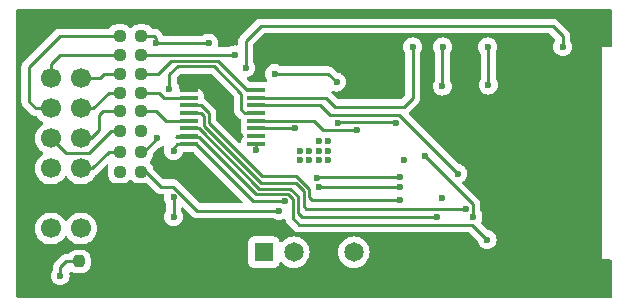
<source format=gbr>
%TF.GenerationSoftware,KiCad,Pcbnew,8.0.5*%
%TF.CreationDate,2024-11-24T20:06:06+03:00*%
%TF.ProjectId,pmod_esp32,706d6f64-5f65-4737-9033-322e6b696361,0.1*%
%TF.SameCoordinates,Original*%
%TF.FileFunction,Copper,L2,Bot*%
%TF.FilePolarity,Positive*%
%FSLAX46Y46*%
G04 Gerber Fmt 4.6, Leading zero omitted, Abs format (unit mm)*
G04 Created by KiCad (PCBNEW 8.0.5) date 2024-11-24 20:06:06*
%MOMM*%
%LPD*%
G01*
G04 APERTURE LIST*
G04 Aperture macros list*
%AMRoundRect*
0 Rectangle with rounded corners*
0 $1 Rounding radius*
0 $2 $3 $4 $5 $6 $7 $8 $9 X,Y pos of 4 corners*
0 Add a 4 corners polygon primitive as box body*
4,1,4,$2,$3,$4,$5,$6,$7,$8,$9,$2,$3,0*
0 Add four circle primitives for the rounded corners*
1,1,$1+$1,$2,$3*
1,1,$1+$1,$4,$5*
1,1,$1+$1,$6,$7*
1,1,$1+$1,$8,$9*
0 Add four rect primitives between the rounded corners*
20,1,$1+$1,$2,$3,$4,$5,0*
20,1,$1+$1,$4,$5,$6,$7,0*
20,1,$1+$1,$6,$7,$8,$9,0*
20,1,$1+$1,$8,$9,$2,$3,0*%
G04 Aperture macros list end*
%TA.AperFunction,ComponentPad*%
%ADD10C,1.695000*%
%TD*%
%TA.AperFunction,SMDPad,CuDef*%
%ADD11RoundRect,0.237500X-0.237500X0.250000X-0.237500X-0.250000X0.237500X-0.250000X0.237500X0.250000X0*%
%TD*%
%TA.AperFunction,ComponentPad*%
%ADD12R,1.650000X1.650000*%
%TD*%
%TA.AperFunction,ComponentPad*%
%ADD13C,1.650000*%
%TD*%
%TA.AperFunction,SMDPad,CuDef*%
%ADD14RoundRect,0.237500X-0.250000X-0.237500X0.250000X-0.237500X0.250000X0.237500X-0.250000X0.237500X0*%
%TD*%
%TA.AperFunction,SMDPad,CuDef*%
%ADD15RoundRect,0.051250X-0.733750X-0.153750X0.733750X-0.153750X0.733750X0.153750X-0.733750X0.153750X0*%
%TD*%
%TA.AperFunction,ViaPad*%
%ADD16C,0.600000*%
%TD*%
%TA.AperFunction,Conductor*%
%ADD17C,0.254000*%
%TD*%
G04 APERTURE END LIST*
D10*
%TO.P,J2,1,1*%
%TO.N,Net-(J2-Pad1)*%
X194696000Y-40900000D03*
%TO.P,J2,2,2*%
%TO.N,Net-(J2-Pad2)*%
X194696000Y-43440000D03*
%TO.P,J2,3,3*%
%TO.N,Net-(J2-Pad3)*%
X194696000Y-45980000D03*
%TO.P,J2,4,4*%
%TO.N,Net-(J2-Pad4)*%
X194696000Y-48520000D03*
%TO.P,J2,5,5*%
%TO.N,/GND*%
X194696000Y-51060000D03*
%TO.P,J2,6,6*%
%TO.N,/VCC3V3*%
X194696000Y-53600000D03*
%TO.P,J2,7,7*%
%TO.N,Net-(J2-Pad7)*%
X192156000Y-40900000D03*
%TO.P,J2,8,8*%
%TO.N,Net-(J2-Pad8)*%
X192156000Y-43440000D03*
%TO.P,J2,9,9*%
%TO.N,Net-(J2-Pad9)*%
X192156000Y-45980000D03*
%TO.P,J2,10,10*%
%TO.N,Net-(J2-Pad10)*%
X192156000Y-48520000D03*
%TO.P,J2,11,11*%
%TO.N,/GND*%
X192156000Y-51060000D03*
%TO.P,J2,12,12*%
%TO.N,/VCC3V3*%
X192156000Y-53600000D03*
%TD*%
D11*
%TO.P,R2,1*%
%TO.N,Net-(LD1-K)*%
X194550000Y-56387500D03*
%TO.P,R2,2*%
%TO.N,/GND*%
X194550000Y-58212500D03*
%TD*%
D12*
%TO.P,J1,1,1*%
%TO.N,/TXD0*%
X210190000Y-55600000D03*
D13*
%TO.P,J1,2,2*%
%TO.N,/RXD0*%
X212730000Y-55600000D03*
%TO.P,J1,3,3*%
%TO.N,/GND*%
X215270000Y-55600000D03*
%TO.P,J1,4,4*%
%TO.N,/IO0*%
X217810000Y-55600000D03*
%TD*%
D14*
%TO.P,R21,1*%
%TO.N,Net-(J2-Pad10)*%
X197987500Y-48800000D03*
%TO.P,R21,2*%
%TO.N,/GPIO*%
X199812500Y-48800000D03*
%TD*%
%TO.P,R20,1*%
%TO.N,Net-(J2-Pad7)*%
X197987500Y-38900000D03*
%TO.P,R20,2*%
%TO.N,/INT*%
X199812500Y-38900000D03*
%TD*%
%TO.P,R17,1*%
%TO.N,Net-(J2-Pad2)*%
X197987500Y-42100000D03*
%TO.P,R17,2*%
%TO.N,/RXD{slash}MOSI*%
X199812500Y-42100000D03*
%TD*%
D15*
%TO.P,U2,1,IN*%
%TO.N,/SELECT*%
X203830000Y-46425000D03*
%TO.P,U2,2,NC1*%
%TO.N,/MISO*%
X203830000Y-45775000D03*
%TO.P,U2,3,NO1*%
%TO.N,/TXD*%
X203830000Y-45125000D03*
%TO.P,U2,4,COM1*%
%TO.N,/TXD{slash}MISO*%
X203830000Y-44475000D03*
%TO.P,U2,5,NC2*%
%TO.N,/MOSI*%
X203830000Y-43825000D03*
%TO.P,U2,6,NO2*%
%TO.N,/RXD*%
X203830000Y-43175000D03*
%TO.P,U2,7,COM2*%
%TO.N,/RXD{slash}MOSI*%
X203830000Y-42525000D03*
%TO.P,U2,8,GND*%
%TO.N,/GND*%
X203830000Y-41875000D03*
%TO.P,U2,9,COM3*%
%TO.N,/RTS{slash}SS*%
X209570000Y-41875000D03*
%TO.P,U2,10,NO3*%
%TO.N,/RTS*%
X209570000Y-42525000D03*
%TO.P,U2,11,NC3*%
%TO.N,/SS*%
X209570000Y-43175000D03*
%TO.P,U2,12,COM4*%
%TO.N,/CTS{slash}SCK*%
X209570000Y-43825000D03*
%TO.P,U2,13,NO4*%
%TO.N,/CTS*%
X209570000Y-44475000D03*
%TO.P,U2,14,NC4*%
%TO.N,/SCK*%
X209570000Y-45125000D03*
%TO.P,U2,15,~{EN}*%
%TO.N,/GND*%
X209570000Y-45775000D03*
%TO.P,U2,16,V+*%
%TO.N,/VCC3V3*%
X209570000Y-46425000D03*
%TD*%
D14*
%TO.P,R22,1*%
%TO.N,Net-(J2-Pad8)*%
X198000000Y-37300000D03*
%TO.P,R22,2*%
%TO.N,/EN*%
X199825000Y-37300000D03*
%TD*%
%TO.P,R18,1*%
%TO.N,Net-(J2-Pad1)*%
X197975000Y-40500000D03*
%TO.P,R18,2*%
%TO.N,/RTS{slash}SS*%
X199800000Y-40500000D03*
%TD*%
%TO.P,R19,1*%
%TO.N,Net-(J2-Pad9)*%
X197987500Y-45350000D03*
%TO.P,R19,2*%
%TO.N,/SELECT*%
X199812500Y-45350000D03*
%TD*%
%TO.P,R16,1*%
%TO.N,Net-(J2-Pad3)*%
X197987500Y-43650000D03*
%TO.P,R16,2*%
%TO.N,/TXD{slash}MISO*%
X199812500Y-43650000D03*
%TD*%
%TO.P,R15,1*%
%TO.N,Net-(J2-Pad4)*%
X197987500Y-47100000D03*
%TO.P,R15,2*%
%TO.N,/CTS{slash}SCK*%
X199812500Y-47100000D03*
%TD*%
D16*
%TO.N,/GND*%
X238050000Y-58200000D03*
X238050000Y-54200000D03*
X238050000Y-53400000D03*
X238050000Y-52600000D03*
X238050000Y-51800000D03*
X238050000Y-51000000D03*
X238050000Y-50200000D03*
X238050000Y-49400000D03*
X238050000Y-48600000D03*
X238050000Y-47800000D03*
X238050000Y-47000000D03*
X238050000Y-46200000D03*
X238050000Y-45400000D03*
X238050000Y-44600000D03*
X238050000Y-43800000D03*
X238050000Y-43000000D03*
X238050000Y-42200000D03*
X238050000Y-41400000D03*
X238050000Y-40600000D03*
X237250000Y-58200000D03*
X237250000Y-51000000D03*
X237250000Y-50200000D03*
X237250000Y-49400000D03*
X237250000Y-48600000D03*
X237250000Y-47800000D03*
X237250000Y-47000000D03*
X237250000Y-46200000D03*
X237250000Y-45400000D03*
X237250000Y-44600000D03*
X237250000Y-43800000D03*
X237250000Y-43000000D03*
X237250000Y-42200000D03*
X237250000Y-41400000D03*
X236450000Y-58200000D03*
X236450000Y-51000000D03*
X236450000Y-50200000D03*
X236450000Y-49400000D03*
X236450000Y-48600000D03*
X236450000Y-47800000D03*
X236450000Y-47000000D03*
X236450000Y-46200000D03*
X236450000Y-45400000D03*
X236450000Y-44600000D03*
X236450000Y-43800000D03*
X236450000Y-43000000D03*
X236450000Y-42200000D03*
X236450000Y-41400000D03*
X235650000Y-58200000D03*
X235650000Y-54200000D03*
X235650000Y-51000000D03*
X235650000Y-50200000D03*
X235650000Y-49400000D03*
X235650000Y-48600000D03*
X235650000Y-47800000D03*
X235650000Y-47000000D03*
X235650000Y-46200000D03*
X235650000Y-45400000D03*
X235650000Y-44600000D03*
X235650000Y-43800000D03*
X235650000Y-43000000D03*
X235650000Y-42200000D03*
X235650000Y-41400000D03*
X234850000Y-54200000D03*
X234850000Y-53400000D03*
X234850000Y-51000000D03*
X234850000Y-50200000D03*
X234850000Y-49400000D03*
X234850000Y-48600000D03*
X234850000Y-47800000D03*
X234850000Y-47000000D03*
X234850000Y-46200000D03*
X234850000Y-45400000D03*
X234850000Y-44600000D03*
X234850000Y-43800000D03*
X234850000Y-43000000D03*
X234850000Y-42200000D03*
X234850000Y-41400000D03*
X234050000Y-54200000D03*
X234050000Y-53400000D03*
X234050000Y-51000000D03*
X234050000Y-50200000D03*
X234050000Y-49400000D03*
X234050000Y-48600000D03*
X234050000Y-47800000D03*
X234050000Y-47000000D03*
X234050000Y-46200000D03*
X234050000Y-45400000D03*
X234050000Y-44600000D03*
X234050000Y-43800000D03*
X234050000Y-43000000D03*
X234050000Y-42200000D03*
X234050000Y-41400000D03*
X233250000Y-54200000D03*
X233250000Y-53400000D03*
X233250000Y-51000000D03*
X233250000Y-50200000D03*
X233250000Y-49400000D03*
X233250000Y-43000000D03*
X233250000Y-42200000D03*
X233250000Y-41400000D03*
X232450000Y-54200000D03*
X232450000Y-53400000D03*
X232450000Y-51000000D03*
X232450000Y-50200000D03*
X232450000Y-49400000D03*
X232450000Y-43000000D03*
X232450000Y-42200000D03*
X232450000Y-41400000D03*
X231650000Y-54200000D03*
X231650000Y-53400000D03*
X231650000Y-51000000D03*
X231650000Y-50200000D03*
X231650000Y-49400000D03*
X231650000Y-43000000D03*
X231650000Y-42200000D03*
X231650000Y-41400000D03*
X230850000Y-54200000D03*
X230850000Y-53400000D03*
X230850000Y-51000000D03*
X230850000Y-50200000D03*
X230850000Y-49400000D03*
X230850000Y-43000000D03*
X230850000Y-42200000D03*
X230850000Y-41400000D03*
X230050000Y-51000000D03*
X230050000Y-50200000D03*
X230050000Y-49400000D03*
X230050000Y-43000000D03*
X229250000Y-51000000D03*
X229250000Y-50200000D03*
X229250000Y-49400000D03*
X228450000Y-50200000D03*
X228450000Y-49400000D03*
X227650000Y-41400000D03*
X226850000Y-42200000D03*
X226850000Y-41400000D03*
X225250000Y-51000000D03*
X223650000Y-43800000D03*
X222050000Y-47800000D03*
X215650000Y-47800000D03*
X215650000Y-47000000D03*
X215650000Y-46200000D03*
X214850000Y-47800000D03*
X214850000Y-47000000D03*
X214850000Y-46200000D03*
X214050000Y-47800000D03*
X214050000Y-47000000D03*
X213250000Y-47800000D03*
X213250000Y-47000000D03*
X209250000Y-58200000D03*
X209250000Y-57400000D03*
X207650000Y-36600000D03*
X206850000Y-43000000D03*
X206850000Y-36600000D03*
X206050000Y-50200000D03*
X206050000Y-42200000D03*
X205250000Y-55000000D03*
X205250000Y-54200000D03*
X205250000Y-53400000D03*
X204450000Y-55000000D03*
X204450000Y-54200000D03*
X204450000Y-53400000D03*
X203650000Y-55000000D03*
X203650000Y-54200000D03*
X203650000Y-36600000D03*
X202850000Y-55000000D03*
X202850000Y-54200000D03*
X202850000Y-36600000D03*
X202050000Y-55000000D03*
X199650000Y-50200000D03*
X198850000Y-50200000D03*
X198050000Y-50200000D03*
X197250000Y-50200000D03*
X196450000Y-50200000D03*
X191650000Y-36600000D03*
X190850000Y-37400000D03*
X190850000Y-36600000D03*
%TO.N,/VCC3V3*%
X209564382Y-46985618D03*
%TO.N,/EN*%
X205512500Y-37900000D03*
%TO.N,/RTS*%
X222792500Y-38220000D03*
%TO.N,/SS*%
X226600000Y-48950000D03*
%TO.N,/INT*%
X216350000Y-41200000D03*
X211100000Y-40500000D03*
X207750000Y-38900000D03*
%TO.N,/CTS*%
X218077000Y-45250000D03*
%TO.N,/SCK*%
X227900000Y-52600000D03*
X216500000Y-44627000D03*
X212850000Y-45100000D03*
%TO.N,/RXD*%
X221750000Y-51200000D03*
%TO.N,/MOSI*%
X227273000Y-51958591D03*
%TO.N,/TXD*%
X224850000Y-52600000D03*
%TO.N,/MISO*%
X229100000Y-54550000D03*
%TO.N,/SELECT*%
X225332500Y-38220000D03*
X225300000Y-41550000D03*
X221750000Y-49250000D03*
X214700000Y-49300000D03*
X212000000Y-51300000D03*
%TO.N,/GPIO*%
X229142500Y-38220000D03*
X229200000Y-41450000D03*
X221700000Y-50100000D03*
X214906131Y-50072991D03*
X211500000Y-52100000D03*
%TO.N,/EN*%
X235492500Y-38220000D03*
X201075000Y-37900000D03*
X208650000Y-40000000D03*
%TO.N,/SELECT*%
X202550000Y-47000000D03*
X202550000Y-50970000D03*
X202550000Y-52605000D03*
%TO.N,Net-(LD1-K)*%
X192950000Y-57600000D03*
%TO.N,/CTS{slash}SCK*%
X202200000Y-41750000D03*
X201150000Y-45977000D03*
%TO.N,/SCK*%
X223800000Y-47450000D03*
X221350000Y-44627000D03*
%TD*%
D17*
%TO.N,/RXD*%
X214300000Y-51200000D02*
X221750000Y-51200000D01*
X214012000Y-50912000D02*
X214300000Y-51200000D01*
X210000000Y-49150000D02*
X212902462Y-49150000D01*
X214012000Y-50259538D02*
X214012000Y-50912000D01*
X205554000Y-44704000D02*
X210000000Y-49150000D01*
X205554000Y-43861947D02*
X205554000Y-44704000D01*
X204867053Y-43175000D02*
X205554000Y-43861947D01*
X203830000Y-43175000D02*
X204867053Y-43175000D01*
X212902462Y-49150000D02*
X214012000Y-50259538D01*
%TO.N,/MOSI*%
X205100000Y-44050000D02*
X204875000Y-43825000D01*
X205100000Y-44907948D02*
X205100000Y-44050000D01*
X213558000Y-50447591D02*
X212875409Y-49765000D01*
X204875000Y-43825000D02*
X203830000Y-43825000D01*
X212875409Y-49765000D02*
X209957052Y-49765000D01*
X213800000Y-51950000D02*
X213558000Y-51708000D01*
X213558000Y-51708000D02*
X213558000Y-50447591D01*
X227264409Y-51950000D02*
X213800000Y-51950000D01*
X209957052Y-49765000D02*
X205100000Y-44907948D01*
X227273000Y-51958591D02*
X227264409Y-51950000D01*
%TO.N,/TXD*%
X209769000Y-50219000D02*
X204675000Y-45125000D01*
X204675000Y-45125000D02*
X203830000Y-45125000D01*
X212447765Y-50219000D02*
X209769000Y-50219000D01*
X213104000Y-52304000D02*
X213104000Y-50875235D01*
X213400000Y-52600000D02*
X213104000Y-52304000D01*
X224850000Y-52600000D02*
X213400000Y-52600000D01*
X213104000Y-50875235D02*
X212447765Y-50219000D01*
%TO.N,/MISO*%
X213200000Y-53300000D02*
X227850000Y-53300000D01*
X212650000Y-51063288D02*
X212650000Y-52750000D01*
X227850000Y-53300000D02*
X229100000Y-54550000D01*
X204743000Y-45893000D02*
X209523000Y-50673000D01*
X212259712Y-50673000D02*
X212650000Y-51063288D01*
X202764947Y-45893000D02*
X204743000Y-45893000D01*
X209523000Y-50673000D02*
X212259712Y-50673000D01*
X202882947Y-45775000D02*
X202764947Y-45893000D01*
X212650000Y-52750000D02*
X213200000Y-53300000D01*
X203830000Y-45775000D02*
X202882947Y-45775000D01*
%TO.N,/SELECT*%
X209300000Y-51300000D02*
X212000000Y-51300000D01*
X204425000Y-46425000D02*
X209300000Y-51300000D01*
X203830000Y-46425000D02*
X204425000Y-46425000D01*
%TO.N,/VCC3V3*%
X209570000Y-46980000D02*
X209564382Y-46985618D01*
X209570000Y-46425000D02*
X209570000Y-46980000D01*
%TO.N,/CTS*%
X209572000Y-44473000D02*
X209570000Y-44475000D01*
X214423000Y-44473000D02*
X209572000Y-44473000D01*
X215204000Y-45254000D02*
X214423000Y-44473000D01*
X216759712Y-45254000D02*
X215204000Y-45254000D01*
X216763712Y-45250000D02*
X216759712Y-45254000D01*
X218077000Y-45250000D02*
X216763712Y-45250000D01*
%TO.N,/SCK*%
X216527000Y-44600000D02*
X216500000Y-44627000D01*
X221323000Y-44600000D02*
X216527000Y-44600000D01*
X221350000Y-44627000D02*
X221323000Y-44600000D01*
%TO.N,/EN*%
X201075000Y-37900000D02*
X205512500Y-37900000D01*
%TO.N,/RTS*%
X222050000Y-43300000D02*
X222792500Y-42557500D01*
X215425000Y-42525000D02*
X216200000Y-43300000D01*
X216200000Y-43300000D02*
X222050000Y-43300000D01*
X209570000Y-42525000D02*
X215425000Y-42525000D01*
X222792500Y-42557500D02*
X222792500Y-38220000D01*
%TO.N,/SS*%
X214975000Y-43175000D02*
X209570000Y-43175000D01*
X221650000Y-44000000D02*
X215800000Y-44000000D01*
X226600000Y-48950000D02*
X221650000Y-44000000D01*
X215800000Y-44000000D02*
X214975000Y-43175000D01*
%TO.N,/GPIO*%
X214929122Y-50050000D02*
X221650000Y-50050000D01*
X214906131Y-50072991D02*
X214929122Y-50050000D01*
X221650000Y-50050000D02*
X221700000Y-50100000D01*
%TO.N,/SELECT*%
X221700000Y-49200000D02*
X221750000Y-49250000D01*
X214800000Y-49200000D02*
X221700000Y-49200000D01*
X214700000Y-49300000D02*
X214800000Y-49200000D01*
%TO.N,/INT*%
X215650000Y-40500000D02*
X216350000Y-41200000D01*
X211100000Y-40500000D02*
X215650000Y-40500000D01*
X199812500Y-38900000D02*
X207750000Y-38900000D01*
%TO.N,/SCK*%
X212825000Y-45125000D02*
X212850000Y-45100000D01*
X209570000Y-45125000D02*
X212825000Y-45125000D01*
%TO.N,/SELECT*%
X225300000Y-38252500D02*
X225332500Y-38220000D01*
X225300000Y-41550000D02*
X225300000Y-38252500D01*
%TO.N,/GPIO*%
X229200000Y-41450000D02*
X229200000Y-38277500D01*
X229200000Y-38277500D02*
X229142500Y-38220000D01*
X201450000Y-50050000D02*
X202516712Y-50050000D01*
X204566712Y-52100000D02*
X204650000Y-52100000D01*
X200200000Y-48800000D02*
X201450000Y-50050000D01*
X199812500Y-48800000D02*
X200200000Y-48800000D01*
X202516712Y-50050000D02*
X204566712Y-52100000D01*
X204650000Y-52100000D02*
X211500000Y-52100000D01*
%TO.N,/EN*%
X234650000Y-36450000D02*
X235492500Y-37292500D01*
X235492500Y-37292500D02*
X235492500Y-38220000D01*
X209950000Y-36450000D02*
X234650000Y-36450000D01*
X208650000Y-37750000D02*
X209950000Y-36450000D01*
X208650000Y-40000000D02*
X208650000Y-37750000D01*
X200900000Y-37300000D02*
X199825000Y-37300000D01*
X201075000Y-37900000D02*
X201075000Y-37475000D01*
X201075000Y-37475000D02*
X200900000Y-37300000D01*
%TO.N,/SELECT*%
X202550000Y-52605000D02*
X202550000Y-50970000D01*
X202875000Y-46425000D02*
X203830000Y-46425000D01*
X202550000Y-47000000D02*
X202550000Y-46750000D01*
X202550000Y-46750000D02*
X202875000Y-46425000D01*
%TO.N,Net-(LD1-K)*%
X193462500Y-56387500D02*
X194550000Y-56387500D01*
X192950000Y-57600000D02*
X192950000Y-56900000D01*
X192950000Y-56900000D02*
X193462500Y-56387500D01*
%TO.N,/CTS{slash}SCK*%
X202200000Y-40550000D02*
X202200000Y-41750000D01*
X202896000Y-39854000D02*
X202200000Y-40550000D01*
X205954000Y-39854000D02*
X202896000Y-39854000D01*
X208300000Y-43550000D02*
X208300000Y-42200000D01*
X208575000Y-43825000D02*
X208300000Y-43550000D01*
X209570000Y-43825000D02*
X208575000Y-43825000D01*
X208300000Y-42200000D02*
X205954000Y-39854000D01*
%TO.N,/RTS{slash}SS*%
X208775000Y-41875000D02*
X209570000Y-41875000D01*
X206300000Y-39400000D02*
X208775000Y-41875000D01*
X202300000Y-39400000D02*
X206300000Y-39400000D01*
X199800000Y-40500000D02*
X201200000Y-40500000D01*
X201200000Y-40500000D02*
X202300000Y-39400000D01*
%TO.N,/CTS{slash}SCK*%
X200027000Y-47100000D02*
X199812500Y-47100000D01*
X201150000Y-45977000D02*
X200027000Y-47100000D01*
%TO.N,/TXD{slash}MISO*%
X201875000Y-44475000D02*
X203830000Y-44475000D01*
X201050000Y-43650000D02*
X201875000Y-44475000D01*
X199812500Y-43650000D02*
X201050000Y-43650000D01*
%TO.N,/RXD{slash}MOSI*%
X201775000Y-42525000D02*
X203830000Y-42525000D01*
X201350000Y-42100000D02*
X201775000Y-42525000D01*
X199812500Y-42100000D02*
X201350000Y-42100000D01*
%TO.N,Net-(J2-Pad4)*%
X195630000Y-48520000D02*
X197050000Y-47100000D01*
X194696000Y-48520000D02*
X195630000Y-48520000D01*
X197050000Y-47100000D02*
X197987500Y-47100000D01*
%TO.N,Net-(J2-Pad9)*%
X197250000Y-45350000D02*
X197987500Y-45350000D01*
X193426000Y-47250000D02*
X195350000Y-47250000D01*
X192156000Y-45980000D02*
X193426000Y-47250000D01*
X195350000Y-47250000D02*
X197250000Y-45350000D01*
%TO.N,Net-(J2-Pad3)*%
X196600000Y-43650000D02*
X197987500Y-43650000D01*
X196250000Y-44000000D02*
X196600000Y-43650000D01*
X195570000Y-45980000D02*
X196250000Y-45300000D01*
X196250000Y-45300000D02*
X196250000Y-44000000D01*
X194696000Y-45980000D02*
X195570000Y-45980000D01*
%TO.N,Net-(J2-Pad2)*%
X197050000Y-42100000D02*
X197987500Y-42100000D01*
X194696000Y-43440000D02*
X195710000Y-43440000D01*
X195710000Y-43440000D02*
X197050000Y-42100000D01*
%TO.N,Net-(J2-Pad1)*%
X196700000Y-40500000D02*
X197975000Y-40500000D01*
X196300000Y-40900000D02*
X196700000Y-40500000D01*
X194696000Y-40900000D02*
X196300000Y-40900000D01*
%TO.N,Net-(J2-Pad8)*%
X192900000Y-37300000D02*
X198000000Y-37300000D01*
X190300000Y-42850000D02*
X190300000Y-39900000D01*
X190890000Y-43440000D02*
X190300000Y-42850000D01*
X192156000Y-43440000D02*
X190890000Y-43440000D01*
X190300000Y-39900000D02*
X192900000Y-37300000D01*
%TO.N,Net-(J2-Pad7)*%
X192156000Y-39644000D02*
X192900000Y-38900000D01*
X192156000Y-40900000D02*
X192156000Y-39644000D01*
X192900000Y-38900000D02*
X197987500Y-38900000D01*
%TO.N,/SCK*%
X223800000Y-47450000D02*
X227900000Y-51550000D01*
X227900000Y-51550000D02*
X227900000Y-52600000D01*
%TD*%
%TA.AperFunction,Conductor*%
%TO.N,/GND*%
G36*
X201726270Y-46645922D02*
G01*
X201771484Y-46699189D01*
X201780723Y-46768446D01*
X201775213Y-46790501D01*
X201764634Y-46820735D01*
X201764630Y-46820750D01*
X201744435Y-46999996D01*
X201744435Y-47000003D01*
X201764630Y-47179249D01*
X201764631Y-47179254D01*
X201824211Y-47349523D01*
X201887347Y-47450003D01*
X201920184Y-47502262D01*
X202047738Y-47629816D01*
X202200478Y-47725789D01*
X202329644Y-47770986D01*
X202370745Y-47785368D01*
X202370750Y-47785369D01*
X202549996Y-47805565D01*
X202550000Y-47805565D01*
X202550004Y-47805565D01*
X202729249Y-47785369D01*
X202729252Y-47785368D01*
X202729255Y-47785368D01*
X202899522Y-47725789D01*
X203052262Y-47629816D01*
X203179816Y-47502262D01*
X203275789Y-47349522D01*
X203323369Y-47213545D01*
X203364091Y-47156770D01*
X203429043Y-47131022D01*
X203440411Y-47130500D01*
X204191719Y-47130500D01*
X204258758Y-47150185D01*
X204279400Y-47166819D01*
X208373400Y-51260819D01*
X208406885Y-51322142D01*
X208401901Y-51391834D01*
X208360029Y-51447767D01*
X208294565Y-51472184D01*
X208285719Y-51472500D01*
X204877993Y-51472500D01*
X204810954Y-51452815D01*
X204790312Y-51436181D01*
X202916725Y-49562593D01*
X202916722Y-49562590D01*
X202873495Y-49533707D01*
X202873495Y-49533706D01*
X202813947Y-49493918D01*
X202813940Y-49493914D01*
X202778549Y-49479255D01*
X202778548Y-49479255D01*
X202699747Y-49446614D01*
X202699739Y-49446612D01*
X202578519Y-49422500D01*
X202578515Y-49422500D01*
X201761281Y-49422500D01*
X201694242Y-49402815D01*
X201673600Y-49386181D01*
X200831665Y-48544246D01*
X200798180Y-48482923D01*
X200795988Y-48469166D01*
X200793799Y-48447737D01*
X200790174Y-48412247D01*
X200735908Y-48248484D01*
X200645340Y-48101650D01*
X200581371Y-48037681D01*
X200547886Y-47976358D01*
X200552870Y-47906666D01*
X200581371Y-47862319D01*
X200603200Y-47840490D01*
X200645340Y-47798350D01*
X200735908Y-47651516D01*
X200790174Y-47487753D01*
X200800500Y-47386677D01*
X200800499Y-47265279D01*
X200820183Y-47198241D01*
X200836813Y-47177604D01*
X201211567Y-46802850D01*
X201272888Y-46769367D01*
X201285345Y-46767315D01*
X201329255Y-46762368D01*
X201499522Y-46702789D01*
X201505252Y-46699189D01*
X201565118Y-46661572D01*
X201592200Y-46644555D01*
X201659434Y-46625555D01*
X201726270Y-46645922D01*
G37*
%TD.AperFunction*%
%TA.AperFunction,Conductor*%
G36*
X205709758Y-40501185D02*
G01*
X205730400Y-40517819D01*
X207636181Y-42423600D01*
X207669666Y-42484923D01*
X207672500Y-42511281D01*
X207672500Y-43611807D01*
X207696612Y-43733028D01*
X207696614Y-43733034D01*
X207719138Y-43787411D01*
X207719138Y-43787412D01*
X207743915Y-43847229D01*
X207743921Y-43847241D01*
X207791813Y-43918914D01*
X207791814Y-43918916D01*
X207812590Y-43950010D01*
X207812593Y-43950013D01*
X208087589Y-44225008D01*
X208174992Y-44312411D01*
X208229391Y-44348759D01*
X208274195Y-44402370D01*
X208284500Y-44451861D01*
X208284500Y-44671944D01*
X208289070Y-44710000D01*
X208295148Y-44760617D01*
X208297095Y-44768317D01*
X208294068Y-44769082D01*
X208299008Y-44824170D01*
X208296822Y-44831614D01*
X208297095Y-44831683D01*
X208295148Y-44839382D01*
X208294569Y-44844208D01*
X208284500Y-44928056D01*
X208284500Y-45321944D01*
X208288204Y-45352788D01*
X208295147Y-45410611D01*
X208350790Y-45551712D01*
X208442436Y-45672565D01*
X208447228Y-45676199D01*
X208488749Y-45732393D01*
X208493298Y-45802114D01*
X208459431Y-45863227D01*
X208447228Y-45873801D01*
X208442436Y-45877434D01*
X208350790Y-45998287D01*
X208295147Y-46139388D01*
X208293122Y-46156255D01*
X208284500Y-46228056D01*
X208284500Y-46228062D01*
X208284500Y-46247719D01*
X208264815Y-46314758D01*
X208212011Y-46360513D01*
X208142853Y-46370457D01*
X208079297Y-46341432D01*
X208072819Y-46335400D01*
X206217819Y-44480400D01*
X206184334Y-44419077D01*
X206181500Y-44392719D01*
X206181500Y-43800143D01*
X206178968Y-43787418D01*
X206178968Y-43787411D01*
X206157387Y-43678920D01*
X206157386Y-43678913D01*
X206129588Y-43611803D01*
X206110083Y-43564714D01*
X206110082Y-43564713D01*
X206110079Y-43564707D01*
X206041412Y-43461940D01*
X206040085Y-43460613D01*
X205954008Y-43374536D01*
X205612499Y-43033027D01*
X205267064Y-42687591D01*
X205267063Y-42687590D01*
X205247473Y-42674501D01*
X205247472Y-42674500D01*
X205170609Y-42623141D01*
X205125804Y-42569528D01*
X205115500Y-42520039D01*
X205115500Y-42328062D01*
X205115500Y-42328056D01*
X205104852Y-42239387D01*
X205049210Y-42098289D01*
X205049209Y-42098288D01*
X205049209Y-42098287D01*
X204957564Y-41977435D01*
X204836712Y-41885790D01*
X204695611Y-41830147D01*
X204650097Y-41824682D01*
X204606944Y-41819500D01*
X203124209Y-41819500D01*
X203057170Y-41799815D01*
X203011415Y-41747011D01*
X203000989Y-41709383D01*
X202985369Y-41570750D01*
X202985368Y-41570745D01*
X202970236Y-41527500D01*
X202925789Y-41400478D01*
X202917578Y-41387411D01*
X202846506Y-41274300D01*
X202827500Y-41208328D01*
X202827500Y-40861281D01*
X202847185Y-40794242D01*
X202863819Y-40773600D01*
X203119600Y-40517819D01*
X203180923Y-40484334D01*
X203207281Y-40481500D01*
X205642719Y-40481500D01*
X205709758Y-40501185D01*
G37*
%TD.AperFunction*%
%TA.AperFunction,Conductor*%
G36*
X239593039Y-35019685D02*
G01*
X239638794Y-35072489D01*
X239650000Y-35124000D01*
X239650000Y-38084230D01*
X239630315Y-38151269D01*
X239577511Y-38197024D01*
X239526000Y-38208230D01*
X238789270Y-38208230D01*
X238789270Y-56220000D01*
X239526000Y-56220000D01*
X239593039Y-56239685D01*
X239638794Y-56292489D01*
X239650000Y-56344000D01*
X239650000Y-59376000D01*
X239630315Y-59443039D01*
X239577511Y-59488794D01*
X239526000Y-59500000D01*
X189374000Y-59500000D01*
X189306961Y-59480315D01*
X189261206Y-59427511D01*
X189250000Y-59376000D01*
X189250000Y-57599996D01*
X192144435Y-57599996D01*
X192144435Y-57600003D01*
X192164630Y-57779249D01*
X192164631Y-57779254D01*
X192224211Y-57949523D01*
X192320184Y-58102262D01*
X192447738Y-58229816D01*
X192600478Y-58325789D01*
X192770745Y-58385368D01*
X192770750Y-58385369D01*
X192949996Y-58405565D01*
X192950000Y-58405565D01*
X192950004Y-58405565D01*
X193129249Y-58385369D01*
X193129252Y-58385368D01*
X193129255Y-58385368D01*
X193299522Y-58325789D01*
X193452262Y-58229816D01*
X193579816Y-58102262D01*
X193675789Y-57949522D01*
X193735368Y-57779255D01*
X193755565Y-57600000D01*
X193735368Y-57420745D01*
X193735367Y-57420740D01*
X193729438Y-57403797D01*
X193725875Y-57334018D01*
X193760604Y-57273390D01*
X193822597Y-57241163D01*
X193892172Y-57247567D01*
X193911570Y-57257299D01*
X193998484Y-57310908D01*
X194162247Y-57365174D01*
X194263323Y-57375500D01*
X194836676Y-57375499D01*
X194836684Y-57375498D01*
X194836687Y-57375498D01*
X194892030Y-57369844D01*
X194937753Y-57365174D01*
X195101516Y-57310908D01*
X195248350Y-57220340D01*
X195370340Y-57098350D01*
X195460908Y-56951516D01*
X195515174Y-56787753D01*
X195525500Y-56686677D01*
X195525499Y-56088324D01*
X195515174Y-55987247D01*
X195460908Y-55823484D01*
X195370340Y-55676650D01*
X195248350Y-55554660D01*
X195101516Y-55464092D01*
X194937753Y-55409826D01*
X194937751Y-55409825D01*
X194836678Y-55399500D01*
X194263330Y-55399500D01*
X194263312Y-55399501D01*
X194162247Y-55409825D01*
X193998484Y-55464092D01*
X193998481Y-55464093D01*
X193851648Y-55554661D01*
X193729660Y-55676649D01*
X193729656Y-55676654D01*
X193714582Y-55701095D01*
X193662635Y-55747821D01*
X193609043Y-55760000D01*
X193400694Y-55760000D01*
X193279470Y-55784113D01*
X193279460Y-55784116D01*
X193165274Y-55831413D01*
X193165256Y-55831423D01*
X193062492Y-55900087D01*
X193062485Y-55900093D01*
X192618581Y-56344000D01*
X192549992Y-56412589D01*
X192507312Y-56455269D01*
X192462586Y-56499994D01*
X192462585Y-56499996D01*
X192393233Y-56603789D01*
X192391586Y-56608393D01*
X192346615Y-56716962D01*
X192346612Y-56716972D01*
X192332533Y-56787754D01*
X192322500Y-56838192D01*
X192322500Y-57058328D01*
X192303494Y-57124300D01*
X192224211Y-57250476D01*
X192164631Y-57420745D01*
X192164630Y-57420750D01*
X192144435Y-57599996D01*
X189250000Y-57599996D01*
X189250000Y-53599997D01*
X190802851Y-53599997D01*
X190802851Y-53600002D01*
X190823407Y-53834966D01*
X190823408Y-53834973D01*
X190884457Y-54062807D01*
X190984138Y-54276574D01*
X190987574Y-54281481D01*
X191119428Y-54469787D01*
X191286213Y-54636572D01*
X191479425Y-54771861D01*
X191693196Y-54871544D01*
X191921028Y-54932592D01*
X192088865Y-54947275D01*
X192155998Y-54953149D01*
X192156000Y-54953149D01*
X192156002Y-54953149D01*
X192214743Y-54948009D01*
X192390972Y-54932592D01*
X192618804Y-54871544D01*
X192832575Y-54771861D01*
X193025787Y-54636572D01*
X193192572Y-54469787D01*
X193324426Y-54281479D01*
X193379002Y-54237856D01*
X193448501Y-54230664D01*
X193510855Y-54262186D01*
X193527570Y-54281476D01*
X193659428Y-54469787D01*
X193826213Y-54636572D01*
X194019425Y-54771861D01*
X194233196Y-54871544D01*
X194461028Y-54932592D01*
X194628865Y-54947275D01*
X194695998Y-54953149D01*
X194696000Y-54953149D01*
X194696002Y-54953149D01*
X194754743Y-54948009D01*
X194930972Y-54932592D01*
X195158804Y-54871544D01*
X195372575Y-54771861D01*
X195436450Y-54727135D01*
X208864500Y-54727135D01*
X208864500Y-56472870D01*
X208864501Y-56472876D01*
X208870908Y-56532483D01*
X208921202Y-56667328D01*
X208921206Y-56667335D01*
X209007452Y-56782544D01*
X209007455Y-56782547D01*
X209122664Y-56868793D01*
X209122671Y-56868797D01*
X209257517Y-56919091D01*
X209257516Y-56919091D01*
X209264444Y-56919835D01*
X209317127Y-56925500D01*
X211062872Y-56925499D01*
X211122483Y-56919091D01*
X211257331Y-56868796D01*
X211372546Y-56782546D01*
X211458796Y-56667331D01*
X211509091Y-56532483D01*
X211509091Y-56532481D01*
X211510874Y-56524938D01*
X211513747Y-56525616D01*
X211535191Y-56473843D01*
X211592582Y-56433993D01*
X211662407Y-56431497D01*
X211719426Y-56463965D01*
X211874731Y-56619270D01*
X212064718Y-56752301D01*
X212274921Y-56850320D01*
X212498950Y-56910349D01*
X212663985Y-56924787D01*
X212729998Y-56930563D01*
X212730000Y-56930563D01*
X212730002Y-56930563D01*
X212787894Y-56925498D01*
X212961050Y-56910349D01*
X213185079Y-56850320D01*
X213395282Y-56752301D01*
X213585269Y-56619270D01*
X213749270Y-56455269D01*
X213882301Y-56265282D01*
X213980320Y-56055079D01*
X214040349Y-55831050D01*
X214060563Y-55600000D01*
X214060563Y-55599998D01*
X216479437Y-55599998D01*
X216479437Y-55600001D01*
X216499650Y-55831044D01*
X216499651Y-55831051D01*
X216559678Y-56055074D01*
X216559679Y-56055076D01*
X216559680Y-56055079D01*
X216657699Y-56265282D01*
X216790730Y-56455269D01*
X216954731Y-56619270D01*
X217144718Y-56752301D01*
X217354921Y-56850320D01*
X217578950Y-56910349D01*
X217743985Y-56924787D01*
X217809998Y-56930563D01*
X217810000Y-56930563D01*
X217810002Y-56930563D01*
X217867894Y-56925498D01*
X218041050Y-56910349D01*
X218265079Y-56850320D01*
X218475282Y-56752301D01*
X218665269Y-56619270D01*
X218829270Y-56455269D01*
X218962301Y-56265282D01*
X219060320Y-56055079D01*
X219120349Y-55831050D01*
X219140563Y-55600000D01*
X219120349Y-55368950D01*
X219060320Y-55144921D01*
X218962301Y-54934719D01*
X218962299Y-54934716D01*
X218962298Y-54934714D01*
X218829273Y-54744735D01*
X218829268Y-54744729D01*
X218665269Y-54580730D01*
X218665263Y-54580726D01*
X218475282Y-54447699D01*
X218265079Y-54349680D01*
X218265076Y-54349679D01*
X218265074Y-54349678D01*
X218041051Y-54289651D01*
X218041044Y-54289650D01*
X217810002Y-54269437D01*
X217809998Y-54269437D01*
X217578955Y-54289650D01*
X217578948Y-54289651D01*
X217354917Y-54349681D01*
X217144718Y-54447699D01*
X217144714Y-54447701D01*
X216954735Y-54580726D01*
X216954729Y-54580731D01*
X216790731Y-54744729D01*
X216790726Y-54744735D01*
X216657701Y-54934714D01*
X216657699Y-54934718D01*
X216559681Y-55144917D01*
X216499651Y-55368948D01*
X216499650Y-55368955D01*
X216479437Y-55599998D01*
X214060563Y-55599998D01*
X214040349Y-55368950D01*
X213980320Y-55144921D01*
X213882301Y-54934719D01*
X213882299Y-54934716D01*
X213882298Y-54934714D01*
X213749273Y-54744735D01*
X213749268Y-54744729D01*
X213585269Y-54580730D01*
X213585263Y-54580726D01*
X213395282Y-54447699D01*
X213185079Y-54349680D01*
X213185076Y-54349679D01*
X213185074Y-54349678D01*
X212961051Y-54289651D01*
X212961044Y-54289650D01*
X212730002Y-54269437D01*
X212729998Y-54269437D01*
X212498955Y-54289650D01*
X212498948Y-54289651D01*
X212274917Y-54349681D01*
X212064718Y-54447699D01*
X212064714Y-54447701D01*
X211874735Y-54580726D01*
X211719426Y-54736035D01*
X211658103Y-54769519D01*
X211588411Y-54764535D01*
X211532478Y-54722663D01*
X211513517Y-54674443D01*
X211510876Y-54675068D01*
X211509092Y-54667520D01*
X211458797Y-54532671D01*
X211458793Y-54532664D01*
X211372547Y-54417455D01*
X211372544Y-54417452D01*
X211257335Y-54331206D01*
X211257328Y-54331202D01*
X211122482Y-54280908D01*
X211122483Y-54280908D01*
X211062883Y-54274501D01*
X211062881Y-54274500D01*
X211062873Y-54274500D01*
X211062864Y-54274500D01*
X209317129Y-54274500D01*
X209317123Y-54274501D01*
X209257516Y-54280908D01*
X209122671Y-54331202D01*
X209122664Y-54331206D01*
X209007455Y-54417452D01*
X209007452Y-54417455D01*
X208921206Y-54532664D01*
X208921202Y-54532671D01*
X208870908Y-54667517D01*
X208864501Y-54727116D01*
X208864500Y-54727135D01*
X195436450Y-54727135D01*
X195565787Y-54636572D01*
X195732572Y-54469787D01*
X195867861Y-54276575D01*
X195967544Y-54062804D01*
X196028592Y-53834972D01*
X196049149Y-53600000D01*
X196028592Y-53365028D01*
X195967544Y-53137196D01*
X195867861Y-52923426D01*
X195867859Y-52923423D01*
X195867858Y-52923421D01*
X195732571Y-52730211D01*
X195565791Y-52563432D01*
X195565787Y-52563428D01*
X195372575Y-52428139D01*
X195372576Y-52428139D01*
X195372574Y-52428138D01*
X195158807Y-52328457D01*
X195158804Y-52328456D01*
X195062515Y-52302655D01*
X194930973Y-52267408D01*
X194930966Y-52267407D01*
X194696002Y-52246851D01*
X194695998Y-52246851D01*
X194461033Y-52267407D01*
X194461026Y-52267408D01*
X194233192Y-52328457D01*
X194019425Y-52428139D01*
X194019421Y-52428141D01*
X193826211Y-52563428D01*
X193659428Y-52730211D01*
X193527575Y-52918518D01*
X193472998Y-52962143D01*
X193403500Y-52969336D01*
X193341145Y-52937814D01*
X193324425Y-52918518D01*
X193192571Y-52730211D01*
X193025791Y-52563432D01*
X193025787Y-52563428D01*
X192832575Y-52428139D01*
X192832576Y-52428139D01*
X192832574Y-52428138D01*
X192618807Y-52328457D01*
X192618804Y-52328456D01*
X192522515Y-52302655D01*
X192390973Y-52267408D01*
X192390966Y-52267407D01*
X192156002Y-52246851D01*
X192155998Y-52246851D01*
X191921033Y-52267407D01*
X191921026Y-52267408D01*
X191693192Y-52328457D01*
X191479425Y-52428139D01*
X191479421Y-52428141D01*
X191286211Y-52563428D01*
X191119428Y-52730211D01*
X190984141Y-52923421D01*
X190984139Y-52923425D01*
X190884457Y-53137192D01*
X190823408Y-53365026D01*
X190823407Y-53365033D01*
X190802851Y-53599997D01*
X189250000Y-53599997D01*
X189250000Y-39838196D01*
X189672500Y-39838196D01*
X189672500Y-42911807D01*
X189696612Y-43033027D01*
X189696614Y-43033035D01*
X189729818Y-43113195D01*
X189729819Y-43113197D01*
X189743918Y-43147236D01*
X189760589Y-43172185D01*
X189803766Y-43236803D01*
X189812589Y-43250008D01*
X190402589Y-43840008D01*
X190463792Y-43901211D01*
X190489994Y-43927413D01*
X190489996Y-43927414D01*
X190592756Y-43996076D01*
X190592760Y-43996078D01*
X190592767Y-43996083D01*
X190621620Y-44008034D01*
X190621621Y-44008035D01*
X190656972Y-44022677D01*
X190706965Y-44043386D01*
X190828192Y-44067499D01*
X190828196Y-44067500D01*
X190828197Y-44067500D01*
X190885226Y-44067500D01*
X190952265Y-44087185D01*
X190986799Y-44120374D01*
X191119428Y-44309787D01*
X191286213Y-44476572D01*
X191474520Y-44608426D01*
X191518144Y-44663002D01*
X191525336Y-44732501D01*
X191493814Y-44794855D01*
X191474518Y-44811575D01*
X191286211Y-44943428D01*
X191119428Y-45110211D01*
X190984141Y-45303421D01*
X190984139Y-45303425D01*
X190884457Y-45517192D01*
X190823408Y-45745026D01*
X190823407Y-45745033D01*
X190802851Y-45979997D01*
X190802851Y-45980002D01*
X190823407Y-46214966D01*
X190823408Y-46214973D01*
X190836167Y-46262589D01*
X190865070Y-46370457D01*
X190884457Y-46442807D01*
X190984138Y-46656574D01*
X190984139Y-46656575D01*
X191119428Y-46849787D01*
X191286213Y-47016572D01*
X191474520Y-47148426D01*
X191518144Y-47203002D01*
X191525336Y-47272501D01*
X191493814Y-47334855D01*
X191474518Y-47351575D01*
X191286211Y-47483428D01*
X191119428Y-47650211D01*
X190984141Y-47843421D01*
X190984139Y-47843425D01*
X190884457Y-48057192D01*
X190823408Y-48285026D01*
X190823407Y-48285033D01*
X190802851Y-48519997D01*
X190802851Y-48520002D01*
X190823407Y-48754966D01*
X190823408Y-48754973D01*
X190884457Y-48982807D01*
X190984138Y-49196574D01*
X190984139Y-49196575D01*
X191119428Y-49389787D01*
X191286213Y-49556572D01*
X191479425Y-49691861D01*
X191693196Y-49791544D01*
X191921028Y-49852592D01*
X192088865Y-49867275D01*
X192155998Y-49873149D01*
X192156000Y-49873149D01*
X192156002Y-49873149D01*
X192214743Y-49868009D01*
X192390972Y-49852592D01*
X192618804Y-49791544D01*
X192832575Y-49691861D01*
X193025787Y-49556572D01*
X193192572Y-49389787D01*
X193324426Y-49201479D01*
X193379002Y-49157856D01*
X193448501Y-49150664D01*
X193510855Y-49182186D01*
X193527570Y-49201476D01*
X193659428Y-49389787D01*
X193826213Y-49556572D01*
X194019425Y-49691861D01*
X194233196Y-49791544D01*
X194461028Y-49852592D01*
X194628865Y-49867275D01*
X194695998Y-49873149D01*
X194696000Y-49873149D01*
X194696002Y-49873149D01*
X194754743Y-49868009D01*
X194930972Y-49852592D01*
X195158804Y-49791544D01*
X195372575Y-49691861D01*
X195565787Y-49556572D01*
X195732572Y-49389787D01*
X195867861Y-49196575D01*
X195907948Y-49110604D01*
X195951439Y-49059908D01*
X196030008Y-49007411D01*
X196117411Y-48920008D01*
X196830499Y-48206918D01*
X196891822Y-48173434D01*
X196961513Y-48178418D01*
X197017447Y-48220289D01*
X197041864Y-48285754D01*
X197035886Y-48333604D01*
X197009826Y-48412247D01*
X197009825Y-48412248D01*
X196999500Y-48513315D01*
X196999500Y-49086669D01*
X196999501Y-49086687D01*
X197009825Y-49187752D01*
X197064092Y-49351515D01*
X197064093Y-49351518D01*
X197087698Y-49389787D01*
X197154660Y-49498350D01*
X197276650Y-49620340D01*
X197423484Y-49710908D01*
X197587247Y-49765174D01*
X197688323Y-49775500D01*
X198286676Y-49775499D01*
X198286684Y-49775498D01*
X198286687Y-49775498D01*
X198342030Y-49769844D01*
X198387753Y-49765174D01*
X198551516Y-49710908D01*
X198698350Y-49620340D01*
X198812319Y-49506371D01*
X198873642Y-49472886D01*
X198943334Y-49477870D01*
X198987681Y-49506371D01*
X199101650Y-49620340D01*
X199248484Y-49710908D01*
X199412247Y-49765174D01*
X199513323Y-49775500D01*
X200111676Y-49775499D01*
X200212753Y-49765174D01*
X200212754Y-49765173D01*
X200213112Y-49765137D01*
X200281805Y-49777907D01*
X200313395Y-49800814D01*
X200962589Y-50450008D01*
X201049992Y-50537411D01*
X201049994Y-50537413D01*
X201049996Y-50537414D01*
X201152756Y-50606076D01*
X201152758Y-50606077D01*
X201152767Y-50606083D01*
X201167710Y-50612272D01*
X201167712Y-50612274D01*
X201167713Y-50612274D01*
X201208825Y-50629303D01*
X201266965Y-50653386D01*
X201388192Y-50677499D01*
X201388196Y-50677500D01*
X201388197Y-50677500D01*
X201511803Y-50677500D01*
X201638635Y-50677500D01*
X201705674Y-50697185D01*
X201751429Y-50749989D01*
X201761855Y-50815383D01*
X201744435Y-50969996D01*
X201744435Y-50970003D01*
X201764630Y-51149249D01*
X201764631Y-51149254D01*
X201824211Y-51319524D01*
X201903493Y-51445698D01*
X201922500Y-51511671D01*
X201922500Y-52063328D01*
X201903494Y-52129300D01*
X201824211Y-52255476D01*
X201764631Y-52425745D01*
X201764630Y-52425750D01*
X201744435Y-52604996D01*
X201744435Y-52605003D01*
X201764630Y-52784249D01*
X201764631Y-52784254D01*
X201824211Y-52954523D01*
X201913235Y-53096203D01*
X201920184Y-53107262D01*
X202047738Y-53234816D01*
X202200478Y-53330789D01*
X202298342Y-53365033D01*
X202370745Y-53390368D01*
X202370750Y-53390369D01*
X202549996Y-53410565D01*
X202550000Y-53410565D01*
X202550004Y-53410565D01*
X202729249Y-53390369D01*
X202729252Y-53390368D01*
X202729255Y-53390368D01*
X202899522Y-53330789D01*
X203052262Y-53234816D01*
X203179816Y-53107262D01*
X203275789Y-52954522D01*
X203335368Y-52784255D01*
X203335369Y-52784249D01*
X203355565Y-52605003D01*
X203355565Y-52604996D01*
X203335369Y-52425750D01*
X203335368Y-52425745D01*
X203275788Y-52255476D01*
X203196506Y-52129300D01*
X203177500Y-52063328D01*
X203177500Y-51897569D01*
X203197185Y-51830530D01*
X203249989Y-51784775D01*
X203319147Y-51774831D01*
X203382703Y-51803856D01*
X203389181Y-51809888D01*
X204079301Y-52500008D01*
X204142721Y-52563428D01*
X204166706Y-52587413D01*
X204166708Y-52587414D01*
X204269468Y-52656076D01*
X204269470Y-52656077D01*
X204269479Y-52656083D01*
X204294484Y-52666440D01*
X204316783Y-52675677D01*
X204358966Y-52693149D01*
X204383678Y-52703386D01*
X204414808Y-52709578D01*
X204504904Y-52727499D01*
X204504908Y-52727500D01*
X204504909Y-52727500D01*
X204588197Y-52727500D01*
X210958328Y-52727500D01*
X211024300Y-52746506D01*
X211146712Y-52823423D01*
X211150478Y-52825789D01*
X211299826Y-52878048D01*
X211320745Y-52885368D01*
X211320750Y-52885369D01*
X211499996Y-52905565D01*
X211500000Y-52905565D01*
X211500004Y-52905565D01*
X211679249Y-52885369D01*
X211679252Y-52885368D01*
X211679255Y-52885368D01*
X211849522Y-52825789D01*
X211853287Y-52823422D01*
X211920522Y-52804419D01*
X211987359Y-52824783D01*
X212032576Y-52878048D01*
X212040882Y-52904221D01*
X212046612Y-52933029D01*
X212046613Y-52933033D01*
X212046614Y-52933035D01*
X212061651Y-52969336D01*
X212074356Y-53000008D01*
X212093915Y-53047229D01*
X212093923Y-53047243D01*
X212154027Y-53137195D01*
X212162585Y-53150002D01*
X212162591Y-53150010D01*
X212799985Y-53787406D01*
X212799992Y-53787412D01*
X212902756Y-53856076D01*
X212902759Y-53856077D01*
X212902767Y-53856083D01*
X213016965Y-53903385D01*
X213016969Y-53903385D01*
X213016970Y-53903386D01*
X213138193Y-53927500D01*
X213138196Y-53927500D01*
X213138197Y-53927500D01*
X227538719Y-53927500D01*
X227605758Y-53947185D01*
X227626400Y-53963819D01*
X228274146Y-54611565D01*
X228307631Y-54672888D01*
X228309685Y-54685361D01*
X228314630Y-54729249D01*
X228374210Y-54899521D01*
X228407907Y-54953149D01*
X228470184Y-55052262D01*
X228597738Y-55179816D01*
X228750478Y-55275789D01*
X228920745Y-55335368D01*
X228920750Y-55335369D01*
X229099996Y-55355565D01*
X229100000Y-55355565D01*
X229100004Y-55355565D01*
X229279249Y-55335369D01*
X229279252Y-55335368D01*
X229279255Y-55335368D01*
X229449522Y-55275789D01*
X229602262Y-55179816D01*
X229729816Y-55052262D01*
X229825789Y-54899522D01*
X229885368Y-54729255D01*
X229890314Y-54685361D01*
X229905565Y-54550003D01*
X229905565Y-54549996D01*
X229885369Y-54370750D01*
X229885368Y-54370745D01*
X229856992Y-54289651D01*
X229825789Y-54200478D01*
X229729816Y-54047738D01*
X229602262Y-53920184D01*
X229466650Y-53834973D01*
X229449521Y-53824210D01*
X229279249Y-53764630D01*
X229235361Y-53759685D01*
X229170947Y-53732617D01*
X229161565Y-53724146D01*
X228603545Y-53166126D01*
X228570060Y-53104803D01*
X228575044Y-53035111D01*
X228586225Y-53012485D01*
X228625789Y-52949522D01*
X228685368Y-52779255D01*
X228690894Y-52730211D01*
X228705565Y-52600003D01*
X228705565Y-52599996D01*
X228685369Y-52420750D01*
X228685368Y-52420745D01*
X228631713Y-52267408D01*
X228625789Y-52250478D01*
X228546505Y-52124299D01*
X228527500Y-52058328D01*
X228527500Y-51488195D01*
X228517153Y-51436181D01*
X228513797Y-51419308D01*
X228503386Y-51366966D01*
X228465393Y-51275243D01*
X228456083Y-51252767D01*
X228456082Y-51252766D01*
X228456079Y-51252760D01*
X228387412Y-51149993D01*
X228348238Y-51110819D01*
X228300008Y-51062589D01*
X227037169Y-49799750D01*
X227003684Y-49738427D01*
X227008668Y-49668735D01*
X227050540Y-49612802D01*
X227058872Y-49607079D01*
X227102262Y-49579816D01*
X227229816Y-49452262D01*
X227325789Y-49299522D01*
X227385368Y-49129255D01*
X227386327Y-49120745D01*
X227405565Y-48950003D01*
X227405565Y-48949996D01*
X227385369Y-48770750D01*
X227385368Y-48770745D01*
X227379847Y-48754966D01*
X227325789Y-48600478D01*
X227321668Y-48593920D01*
X227276792Y-48522500D01*
X227229816Y-48447738D01*
X227102262Y-48320184D01*
X227046312Y-48285028D01*
X226949521Y-48224210D01*
X226779249Y-48164630D01*
X226735361Y-48159685D01*
X226670947Y-48132617D01*
X226661565Y-48124146D01*
X222475100Y-43937681D01*
X222441615Y-43876358D01*
X222446599Y-43806666D01*
X222475100Y-43762319D01*
X223279908Y-42957511D01*
X223279911Y-42957508D01*
X223290384Y-42941834D01*
X223301627Y-42925009D01*
X223348576Y-42854743D01*
X223348583Y-42854733D01*
X223369851Y-42803386D01*
X223395886Y-42740534D01*
X223420000Y-42619303D01*
X223420000Y-42495696D01*
X223420000Y-41549996D01*
X224494435Y-41549996D01*
X224494435Y-41550003D01*
X224514630Y-41729249D01*
X224514631Y-41729254D01*
X224574211Y-41899523D01*
X224628152Y-41985369D01*
X224670184Y-42052262D01*
X224797738Y-42179816D01*
X224950478Y-42275789D01*
X225099849Y-42328056D01*
X225120745Y-42335368D01*
X225120750Y-42335369D01*
X225299996Y-42355565D01*
X225300000Y-42355565D01*
X225300004Y-42355565D01*
X225479249Y-42335369D01*
X225479252Y-42335368D01*
X225479255Y-42335368D01*
X225649522Y-42275789D01*
X225802262Y-42179816D01*
X225929816Y-42052262D01*
X226025789Y-41899522D01*
X226085368Y-41729255D01*
X226087607Y-41709383D01*
X226105565Y-41550003D01*
X226105565Y-41549996D01*
X226085369Y-41370750D01*
X226085368Y-41370745D01*
X226072987Y-41335361D01*
X226025789Y-41200478D01*
X226016946Y-41186405D01*
X225946506Y-41074300D01*
X225927500Y-41008328D01*
X225927500Y-38808440D01*
X225947185Y-38741401D01*
X225958125Y-38727824D01*
X225957975Y-38727705D01*
X225962311Y-38722266D01*
X225962316Y-38722262D01*
X226058289Y-38569522D01*
X226117868Y-38399255D01*
X226133522Y-38260320D01*
X226138065Y-38220003D01*
X226138065Y-38219996D01*
X228336935Y-38219996D01*
X228336935Y-38220003D01*
X228357130Y-38399249D01*
X228357131Y-38399254D01*
X228416711Y-38569523D01*
X228512684Y-38722262D01*
X228536181Y-38745759D01*
X228569666Y-38807082D01*
X228572500Y-38833440D01*
X228572500Y-40908328D01*
X228553494Y-40974300D01*
X228474211Y-41100476D01*
X228414631Y-41270745D01*
X228414630Y-41270750D01*
X228394435Y-41449996D01*
X228394435Y-41450003D01*
X228414630Y-41629249D01*
X228414631Y-41629254D01*
X228474211Y-41799523D01*
X228551673Y-41922802D01*
X228570184Y-41952262D01*
X228697738Y-42079816D01*
X228850478Y-42175789D01*
X228968247Y-42216998D01*
X229020745Y-42235368D01*
X229020750Y-42235369D01*
X229199996Y-42255565D01*
X229200000Y-42255565D01*
X229200004Y-42255565D01*
X229379249Y-42235369D01*
X229379252Y-42235368D01*
X229379255Y-42235368D01*
X229549522Y-42175789D01*
X229702262Y-42079816D01*
X229829816Y-41952262D01*
X229925789Y-41799522D01*
X229985368Y-41629255D01*
X229987246Y-41612589D01*
X230005565Y-41450003D01*
X230005565Y-41449996D01*
X229985369Y-41270750D01*
X229985368Y-41270745D01*
X229978249Y-41250401D01*
X229925789Y-41100478D01*
X229846505Y-40974299D01*
X229827500Y-40908328D01*
X229827500Y-38670161D01*
X229846507Y-38604188D01*
X229868288Y-38569524D01*
X229927868Y-38399254D01*
X229927869Y-38399249D01*
X229948065Y-38220003D01*
X229948065Y-38219996D01*
X229927869Y-38040750D01*
X229927868Y-38040745D01*
X229868289Y-37870478D01*
X229772316Y-37717738D01*
X229644762Y-37590184D01*
X229607808Y-37566964D01*
X229492023Y-37494211D01*
X229321754Y-37434631D01*
X229321749Y-37434630D01*
X229142504Y-37414435D01*
X229142496Y-37414435D01*
X228963250Y-37434630D01*
X228963245Y-37434631D01*
X228792976Y-37494211D01*
X228640237Y-37590184D01*
X228512684Y-37717737D01*
X228416711Y-37870476D01*
X228357131Y-38040745D01*
X228357130Y-38040750D01*
X228336935Y-38219996D01*
X226138065Y-38219996D01*
X226117869Y-38040750D01*
X226117868Y-38040745D01*
X226058289Y-37870478D01*
X225962316Y-37717738D01*
X225834762Y-37590184D01*
X225797808Y-37566964D01*
X225682023Y-37494211D01*
X225511754Y-37434631D01*
X225511749Y-37434630D01*
X225332504Y-37414435D01*
X225332496Y-37414435D01*
X225153250Y-37434630D01*
X225153245Y-37434631D01*
X224982976Y-37494211D01*
X224830237Y-37590184D01*
X224702684Y-37717737D01*
X224606711Y-37870476D01*
X224547131Y-38040745D01*
X224547130Y-38040750D01*
X224526935Y-38219996D01*
X224526935Y-38220003D01*
X224547130Y-38399249D01*
X224547131Y-38399254D01*
X224606711Y-38569524D01*
X224653493Y-38643975D01*
X224672500Y-38709948D01*
X224672500Y-41008328D01*
X224653494Y-41074300D01*
X224574211Y-41200476D01*
X224514631Y-41370745D01*
X224514630Y-41370750D01*
X224494435Y-41549996D01*
X223420000Y-41549996D01*
X223420000Y-38761671D01*
X223439007Y-38695698D01*
X223518288Y-38569524D01*
X223577868Y-38399254D01*
X223577869Y-38399249D01*
X223598065Y-38220003D01*
X223598065Y-38219996D01*
X223577869Y-38040750D01*
X223577868Y-38040745D01*
X223518289Y-37870478D01*
X223422316Y-37717738D01*
X223294762Y-37590184D01*
X223257808Y-37566964D01*
X223142023Y-37494211D01*
X222971754Y-37434631D01*
X222971749Y-37434630D01*
X222792504Y-37414435D01*
X222792496Y-37414435D01*
X222613250Y-37434630D01*
X222613245Y-37434631D01*
X222442976Y-37494211D01*
X222290237Y-37590184D01*
X222162684Y-37717737D01*
X222066711Y-37870476D01*
X222007131Y-38040745D01*
X222007130Y-38040750D01*
X221986935Y-38219996D01*
X221986935Y-38220003D01*
X222007130Y-38399249D01*
X222007131Y-38399254D01*
X222066711Y-38569524D01*
X222145993Y-38695698D01*
X222165000Y-38761671D01*
X222165000Y-42246219D01*
X222145315Y-42313258D01*
X222128681Y-42333900D01*
X221826400Y-42636181D01*
X221765077Y-42669666D01*
X221738719Y-42672500D01*
X216511281Y-42672500D01*
X216444242Y-42652815D01*
X216423600Y-42636181D01*
X215942740Y-42155320D01*
X215909255Y-42093997D01*
X215914239Y-42024305D01*
X215956111Y-41968372D01*
X216021575Y-41943955D01*
X216071376Y-41950598D01*
X216170737Y-41985366D01*
X216170743Y-41985367D01*
X216170745Y-41985368D01*
X216170746Y-41985368D01*
X216170750Y-41985369D01*
X216349996Y-42005565D01*
X216350000Y-42005565D01*
X216350004Y-42005565D01*
X216529249Y-41985369D01*
X216529252Y-41985368D01*
X216529255Y-41985368D01*
X216699522Y-41925789D01*
X216852262Y-41829816D01*
X216979816Y-41702262D01*
X217075789Y-41549522D01*
X217135368Y-41379255D01*
X217135369Y-41379249D01*
X217155565Y-41200003D01*
X217155565Y-41199996D01*
X217135369Y-41020750D01*
X217135368Y-41020745D01*
X217130135Y-41005791D01*
X217075789Y-40850478D01*
X217075188Y-40849522D01*
X217027483Y-40773600D01*
X216979816Y-40697738D01*
X216852262Y-40570184D01*
X216715633Y-40484334D01*
X216699521Y-40474210D01*
X216529249Y-40414630D01*
X216485361Y-40409685D01*
X216420948Y-40382617D01*
X216411566Y-40374146D01*
X216050010Y-40012590D01*
X216027780Y-39997737D01*
X215974001Y-39961803D01*
X215973997Y-39961800D01*
X215947235Y-39943918D01*
X215947228Y-39943914D01*
X215913785Y-39930062D01*
X215833035Y-39896614D01*
X215833027Y-39896612D01*
X215711807Y-39872500D01*
X215711803Y-39872500D01*
X211641672Y-39872500D01*
X211575700Y-39853494D01*
X211449523Y-39774211D01*
X211279254Y-39714631D01*
X211279249Y-39714630D01*
X211100004Y-39694435D01*
X211099996Y-39694435D01*
X210920750Y-39714630D01*
X210920745Y-39714631D01*
X210750476Y-39774211D01*
X210597737Y-39870184D01*
X210470184Y-39997737D01*
X210374211Y-40150476D01*
X210314631Y-40320745D01*
X210314630Y-40320750D01*
X210294435Y-40499996D01*
X210294435Y-40500003D01*
X210314630Y-40679249D01*
X210314631Y-40679254D01*
X210356296Y-40798325D01*
X210374211Y-40849522D01*
X210452614Y-40974300D01*
X210455909Y-40979543D01*
X210474909Y-41046779D01*
X210454541Y-41113615D01*
X210401274Y-41158829D01*
X210350650Y-41168084D01*
X210350650Y-41169500D01*
X209008281Y-41169500D01*
X208941242Y-41149815D01*
X208920600Y-41133181D01*
X208778810Y-40991391D01*
X208745325Y-40930068D01*
X208750309Y-40860376D01*
X208792181Y-40804443D01*
X208825537Y-40786668D01*
X208829250Y-40785368D01*
X208829255Y-40785368D01*
X208999522Y-40725789D01*
X209152262Y-40629816D01*
X209279816Y-40502262D01*
X209375789Y-40349522D01*
X209435368Y-40179255D01*
X209437547Y-40159919D01*
X209455565Y-40000003D01*
X209455565Y-39999996D01*
X209435369Y-39820750D01*
X209435368Y-39820745D01*
X209411689Y-39753075D01*
X209375789Y-39650478D01*
X209343035Y-39598351D01*
X209296506Y-39524300D01*
X209277500Y-39458328D01*
X209277500Y-38061281D01*
X209297185Y-37994242D01*
X209313819Y-37973600D01*
X210173600Y-37113819D01*
X210234923Y-37080334D01*
X210261281Y-37077500D01*
X234338719Y-37077500D01*
X234405758Y-37097185D01*
X234426400Y-37113819D01*
X234828681Y-37516100D01*
X234862166Y-37577423D01*
X234865000Y-37603781D01*
X234865000Y-37678328D01*
X234845994Y-37744300D01*
X234766711Y-37870476D01*
X234707131Y-38040745D01*
X234707130Y-38040750D01*
X234686935Y-38219996D01*
X234686935Y-38220003D01*
X234707130Y-38399249D01*
X234707131Y-38399254D01*
X234766711Y-38569523D01*
X234845993Y-38695698D01*
X234862684Y-38722262D01*
X234990238Y-38849816D01*
X235142978Y-38945789D01*
X235313245Y-39005368D01*
X235313250Y-39005369D01*
X235492496Y-39025565D01*
X235492500Y-39025565D01*
X235492504Y-39025565D01*
X235671749Y-39005369D01*
X235671752Y-39005368D01*
X235671755Y-39005368D01*
X235842022Y-38945789D01*
X235994762Y-38849816D01*
X236122316Y-38722262D01*
X236218289Y-38569522D01*
X236277868Y-38399255D01*
X236293522Y-38260320D01*
X236298065Y-38220003D01*
X236298065Y-38219996D01*
X236277869Y-38040750D01*
X236277868Y-38040745D01*
X236218289Y-37870478D01*
X236139005Y-37744299D01*
X236120000Y-37678328D01*
X236120000Y-37230697D01*
X236113088Y-37195950D01*
X236112684Y-37193917D01*
X236109472Y-37177771D01*
X236104227Y-37151401D01*
X236095886Y-37109465D01*
X236051690Y-37002768D01*
X236048583Y-36995267D01*
X236048579Y-36995260D01*
X235979912Y-36892493D01*
X235979911Y-36892492D01*
X235892508Y-36805089D01*
X235476510Y-36389091D01*
X235050011Y-35962591D01*
X235050007Y-35962588D01*
X234947239Y-35893920D01*
X234947226Y-35893913D01*
X234913785Y-35880062D01*
X234833035Y-35846614D01*
X234833027Y-35846612D01*
X234711807Y-35822500D01*
X234711803Y-35822500D01*
X210011804Y-35822500D01*
X209888197Y-35822500D01*
X209888192Y-35822500D01*
X209766973Y-35846611D01*
X209766973Y-35846612D01*
X209766970Y-35846613D01*
X209766966Y-35846614D01*
X209700070Y-35874323D01*
X209700068Y-35874323D01*
X209652770Y-35893915D01*
X209549989Y-35962590D01*
X209549988Y-35962591D01*
X208524992Y-36987589D01*
X208249992Y-37262589D01*
X208206289Y-37306291D01*
X208162587Y-37349993D01*
X208093920Y-37452760D01*
X208093915Y-37452769D01*
X208084486Y-37475535D01*
X208046614Y-37566965D01*
X208025301Y-37674115D01*
X208024463Y-37678328D01*
X208022500Y-37688198D01*
X208022500Y-37986381D01*
X208002815Y-38053420D01*
X207950011Y-38099175D01*
X207884618Y-38109601D01*
X207750005Y-38094435D01*
X207749996Y-38094435D01*
X207570750Y-38114630D01*
X207570745Y-38114631D01*
X207400476Y-38174211D01*
X207274300Y-38253494D01*
X207208328Y-38272500D01*
X206405011Y-38272500D01*
X206337972Y-38252815D01*
X206292217Y-38200011D01*
X206282273Y-38130853D01*
X206287969Y-38107546D01*
X206297867Y-38079257D01*
X206297868Y-38079255D01*
X206299205Y-38067392D01*
X206318065Y-37900003D01*
X206318065Y-37899996D01*
X206297869Y-37720750D01*
X206297868Y-37720745D01*
X206283026Y-37678328D01*
X206238289Y-37550478D01*
X206142316Y-37397738D01*
X206014762Y-37270184D01*
X205988200Y-37253494D01*
X205862023Y-37174211D01*
X205691754Y-37114631D01*
X205691749Y-37114630D01*
X205512504Y-37094435D01*
X205512496Y-37094435D01*
X205333250Y-37114630D01*
X205333245Y-37114631D01*
X205162976Y-37174211D01*
X205036800Y-37253494D01*
X204970828Y-37272500D01*
X201753176Y-37272500D01*
X201686137Y-37252815D01*
X201640382Y-37200011D01*
X201638624Y-37195974D01*
X201631083Y-37177767D01*
X201588896Y-37114630D01*
X201562414Y-37074996D01*
X201562413Y-37074994D01*
X201562411Y-37074992D01*
X201475008Y-36987589D01*
X201300008Y-36812589D01*
X201300006Y-36812588D01*
X201300003Y-36812585D01*
X201288855Y-36805136D01*
X201288780Y-36805087D01*
X201197238Y-36743920D01*
X201197226Y-36743913D01*
X201163785Y-36730062D01*
X201083035Y-36696614D01*
X201083027Y-36696612D01*
X200961807Y-36672500D01*
X200961803Y-36672500D01*
X200770747Y-36672500D01*
X200703708Y-36652815D01*
X200665209Y-36613597D01*
X200657840Y-36601650D01*
X200535850Y-36479660D01*
X200389016Y-36389092D01*
X200225253Y-36334826D01*
X200225251Y-36334825D01*
X200124178Y-36324500D01*
X199525830Y-36324500D01*
X199525812Y-36324501D01*
X199424747Y-36334825D01*
X199260984Y-36389092D01*
X199260981Y-36389093D01*
X199114148Y-36479661D01*
X199000181Y-36593629D01*
X198938858Y-36627114D01*
X198869166Y-36622130D01*
X198824819Y-36593629D01*
X198710851Y-36479661D01*
X198710850Y-36479660D01*
X198564016Y-36389092D01*
X198400253Y-36334826D01*
X198400251Y-36334825D01*
X198299178Y-36324500D01*
X197700830Y-36324500D01*
X197700812Y-36324501D01*
X197599747Y-36334825D01*
X197435984Y-36389092D01*
X197435981Y-36389093D01*
X197289148Y-36479661D01*
X197167161Y-36601648D01*
X197167160Y-36601650D01*
X197159791Y-36613596D01*
X197107846Y-36660320D01*
X197054253Y-36672500D01*
X192838195Y-36672500D01*
X192716970Y-36696613D01*
X192716960Y-36696616D01*
X192602773Y-36743913D01*
X192602760Y-36743920D01*
X192499992Y-36812588D01*
X192499988Y-36812591D01*
X190530503Y-38782078D01*
X189899992Y-39412589D01*
X189856289Y-39456292D01*
X189812586Y-39499994D01*
X189812585Y-39499996D01*
X189743233Y-39603789D01*
X189741586Y-39608393D01*
X189697580Y-39714632D01*
X189696614Y-39716965D01*
X189677928Y-39810908D01*
X189674309Y-39829100D01*
X189672500Y-39838196D01*
X189250000Y-39838196D01*
X189250000Y-35124000D01*
X189269685Y-35056961D01*
X189322489Y-35011206D01*
X189374000Y-35000000D01*
X239526000Y-35000000D01*
X239593039Y-35019685D01*
G37*
%TD.AperFunction*%
%TD*%
M02*

</source>
